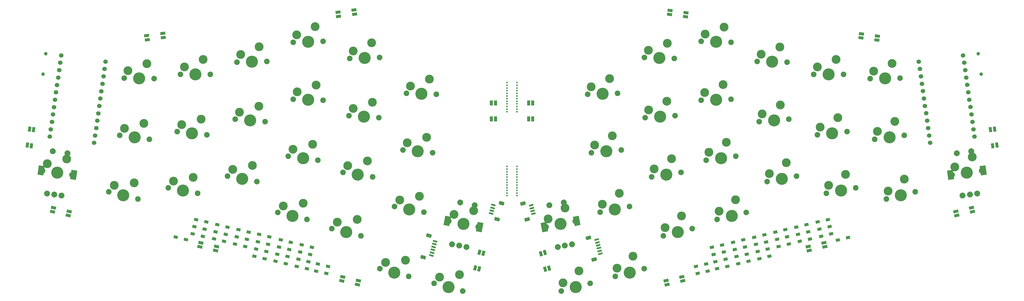
<source format=gbr>
%TF.GenerationSoftware,KiCad,Pcbnew,(6.0.1)*%
%TF.CreationDate,2022-02-27T14:39:44+09:00*%
%TF.ProjectId,ergotonic_f24,6572676f-746f-46e6-9963-5f6632342e6b,rev?*%
%TF.SameCoordinates,Original*%
%TF.FileFunction,Soldermask,Top*%
%TF.FilePolarity,Negative*%
%FSLAX46Y46*%
G04 Gerber Fmt 4.6, Leading zero omitted, Abs format (unit mm)*
G04 Created by KiCad (PCBNEW (6.0.1)) date 2022-02-27 14:39:44*
%MOMM*%
%LPD*%
G01*
G04 APERTURE LIST*
G04 Aperture macros list*
%AMRoundRect*
0 Rectangle with rounded corners*
0 $1 Rounding radius*
0 $2 $3 $4 $5 $6 $7 $8 $9 X,Y pos of 4 corners*
0 Add a 4 corners polygon primitive as box body*
4,1,4,$2,$3,$4,$5,$6,$7,$8,$9,$2,$3,0*
0 Add four circle primitives for the rounded corners*
1,1,$1+$1,$2,$3*
1,1,$1+$1,$4,$5*
1,1,$1+$1,$6,$7*
1,1,$1+$1,$8,$9*
0 Add four rect primitives between the rounded corners*
20,1,$1+$1,$2,$3,$4,$5,0*
20,1,$1+$1,$4,$5,$6,$7,0*
20,1,$1+$1,$6,$7,$8,$9,0*
20,1,$1+$1,$8,$9,$2,$3,0*%
%AMRotRect*
0 Rectangle, with rotation*
0 The origin of the aperture is its center*
0 $1 length*
0 $2 width*
0 $3 Rotation angle, in degrees counterclockwise*
0 Add horizontal line*
21,1,$1,$2,0,0,$3*%
G04 Aperture macros list end*
%ADD10RotRect,1.400000X1.000000X166.500000*%
%ADD11C,1.524000*%
%ADD12C,1.900000*%
%ADD13C,4.100000*%
%ADD14C,3.000000*%
%ADD15RotRect,1.400000X1.000000X193.500000*%
%ADD16RotRect,1.700000X1.000000X262.000000*%
%ADD17RotRect,1.700000X1.000000X285.120000*%
%ADD18RotRect,1.700000X1.000000X352.000000*%
%ADD19C,1.200000*%
%ADD20RoundRect,0.150000X0.642490X0.018219X0.564237X0.307833X-0.642490X-0.018219X-0.564237X-0.307833X0*%
%ADD21RoundRect,0.249600X0.719283X-0.168618X0.536485X0.507921X-0.719283X0.168618X-0.536485X-0.507921X0*%
%ADD22C,0.600000*%
%ADD23C,2.000000*%
%ADD24RotRect,3.200000X2.000000X101.130000*%
%ADD25RotRect,1.700000X1.000000X8.000000*%
%ADD26RotRect,1.700000X1.000000X74.880000*%
%ADD27RotRect,1.700000X1.000000X346.500000*%
%ADD28R,1.000000X1.700000*%
%ADD29RotRect,1.700000X1.000000X13.500000*%
%ADD30RotRect,3.200000X2.000000X82.000000*%
%ADD31RoundRect,0.150000X0.564237X-0.307833X0.642490X-0.018219X-0.564237X0.307833X-0.642490X0.018219X0*%
%ADD32RoundRect,0.249600X0.536485X-0.507921X0.719283X0.168618X-0.536485X0.507921X-0.719283X-0.168618X0*%
%ADD33RotRect,3.200000X2.000000X98.000000*%
%ADD34RotRect,3.200000X2.000000X78.870000*%
%ADD35RoundRect,0.150000X-0.564237X0.307833X-0.642490X0.018219X0.564237X-0.307833X0.642490X-0.018219X0*%
%ADD36RoundRect,0.249600X-0.536485X0.507921X-0.719283X-0.168618X0.536485X-0.507921X0.719283X0.168618X0*%
%ADD37RotRect,1.700000X1.000000X98.000000*%
G04 APERTURE END LIST*
D10*
%TO.C,D14*%
X-84178043Y-89662366D03*
X-87629957Y-88833634D03*
%TD*%
D11*
%TO.C,U1*%
X-138265163Y-22605464D03*
X-138618663Y-25120745D03*
X-138972163Y-27636026D03*
X-139325662Y-30151307D03*
X-139679162Y-32666587D03*
X-140032662Y-35181868D03*
X-140386161Y-37697149D03*
X-140739661Y-40212430D03*
X-141093161Y-42727711D03*
X-141446660Y-45242992D03*
X-141800160Y-47758273D03*
X-142153660Y-50273554D03*
X-157225540Y-48155339D03*
X-156872040Y-45640058D03*
X-156518540Y-43124777D03*
X-156165041Y-40609496D03*
X-155811541Y-38094215D03*
X-155458041Y-35578935D03*
X-155104542Y-33063654D03*
X-154751042Y-30548373D03*
X-154397542Y-28033092D03*
X-154044043Y-25517811D03*
X-153690543Y-23002530D03*
X-153337043Y-20487249D03*
%TD*%
D12*
%TO.C,SW26*%
X16746630Y-100690219D03*
D13*
X21651000Y-99366000D03*
D12*
X26555370Y-98041781D03*
D14*
X17310613Y-97906979D03*
X22778966Y-93799521D03*
%TD*%
D11*
%TO.C,U2*%
X153428940Y-20474334D03*
X153782440Y-22989615D03*
X154135940Y-25504896D03*
X154489439Y-28020177D03*
X154842939Y-30535458D03*
X155196439Y-33050738D03*
X155549938Y-35566019D03*
X155903438Y-38081300D03*
X156256938Y-40596581D03*
X156610437Y-43111862D03*
X156963937Y-45627143D03*
X157317437Y-48142424D03*
X142245557Y-50260638D03*
X141892057Y-47745358D03*
X141538557Y-45230077D03*
X141185058Y-42714796D03*
X140831558Y-40199515D03*
X140478058Y-37684234D03*
X140124559Y-35168953D03*
X139771059Y-32653672D03*
X139417559Y-30138391D03*
X139064060Y-27623110D03*
X138710560Y-25107829D03*
X138357060Y-22592549D03*
%TD*%
D15*
%TO.C,D28*%
X72027957Y-87419634D03*
X68576043Y-88248366D03*
%TD*%
%TO.C,D34*%
X80373957Y-90558634D03*
X76922043Y-91387366D03*
%TD*%
D16*
%TO.C,LED_7*%
X-163511538Y-51225658D03*
X-164897914Y-51030816D03*
X-164132462Y-45584342D03*
X-162746086Y-45779184D03*
%TD*%
D15*
%TO.C,D42*%
X100157957Y-78095634D03*
X96706043Y-78924366D03*
%TD*%
D12*
%TO.C,SW33*%
X57506069Y-60331251D03*
X47457931Y-61834749D03*
D14*
X54242286Y-55683056D03*
D13*
X52482000Y-61083000D03*
D14*
X48338074Y-59134777D03*
%TD*%
D17*
%TO.C,LED_11*%
X12582081Y-92915210D03*
X11230547Y-93280389D03*
X9795919Y-87970790D03*
X11147453Y-87605611D03*
%TD*%
D14*
%TO.C,SW36*%
X65490837Y-33169875D03*
D12*
X74464843Y-35394938D03*
D14*
X71747360Y-30407626D03*
D13*
X69388000Y-35574000D03*
D12*
X64311157Y-35753062D03*
%TD*%
D18*
%TO.C,LED_8*%
X124286658Y-13879538D03*
X124091816Y-15265914D03*
X118645342Y-14500462D03*
X118840184Y-13114086D03*
%TD*%
D14*
%TO.C,SW47*%
X127913290Y-66624553D03*
D13*
X132235000Y-68138000D03*
D12*
X127314377Y-69400486D03*
D14*
X133432826Y-62586134D03*
D12*
X137155623Y-66875514D03*
%TD*%
D10*
%TO.C,D24*%
X-63189043Y-94713366D03*
X-66640957Y-93884634D03*
%TD*%
D19*
%TO.C,J1*%
X-159545971Y-26881279D03*
X-158571760Y-19949402D03*
%TD*%
D10*
%TO.C,D5*%
X-96783043Y-78922366D03*
X-100234957Y-78093634D03*
%TD*%
%TO.C,D4*%
X-110933043Y-83190366D03*
X-114384957Y-82361634D03*
%TD*%
D13*
%TO.C,SW38*%
X74723000Y-75120000D03*
D14*
X76009814Y-69588083D03*
D12*
X79663259Y-73936684D03*
X69782741Y-76303316D03*
D14*
X70426147Y-73537357D03*
%TD*%
D20*
%TO.C,J6*%
X30033234Y-88013839D03*
X29772393Y-87048457D03*
X29511551Y-86083076D03*
X29250710Y-85117694D03*
X28989868Y-84152313D03*
X28729027Y-83186931D03*
D21*
X27934740Y-89927460D03*
X25952344Y-82590560D03*
%TD*%
D12*
%TO.C,SW16*%
X-45317136Y-41671746D03*
D13*
X-50387000Y-41351000D03*
D14*
X-54029025Y-38575509D03*
X-47531322Y-36441509D03*
D12*
X-55456864Y-41030254D03*
%TD*%
D13*
%TO.C,SW5*%
X-107680000Y-26959000D03*
D12*
X-102600065Y-26984712D03*
X-112759935Y-26933288D03*
D14*
X-111477095Y-24399748D03*
X-105114320Y-21891921D03*
%TD*%
D15*
%TO.C,D47*%
X108560957Y-81219634D03*
X105109043Y-82048366D03*
%TD*%
D13*
%TO.C,SW37*%
X71065000Y-55460000D03*
D12*
X76100140Y-54786380D03*
D14*
X66951835Y-53447645D03*
X72908950Y-50088050D03*
D12*
X66029860Y-56133620D03*
%TD*%
D14*
%TO.C,SW9*%
X-92694012Y-39788878D03*
D12*
X-84035221Y-43030643D03*
X-94162779Y-42219357D03*
D14*
X-86161468Y-37764043D03*
D13*
X-89099000Y-42625000D03*
%TD*%
D14*
%TO.C,SW44*%
X113466342Y-61025687D03*
D13*
X111928000Y-66492999D03*
D14*
X107707984Y-64715594D03*
D12*
X116917187Y-65536748D03*
X106938813Y-67449250D03*
%TD*%
D15*
%TO.C,D33*%
X79789957Y-88127634D03*
X76338043Y-88956366D03*
%TD*%
D22*
%TO.C,mousebite3*%
X-1700000Y-65517000D03*
X-1700000Y-61917000D03*
X-1700000Y-58317000D03*
X-1700000Y-60117000D03*
X-1700000Y-62817000D03*
X-1700000Y-64617000D03*
X-1700000Y-59217000D03*
X-1700000Y-68217000D03*
X-1700000Y-67317000D03*
X-1700000Y-66417000D03*
X-1700000Y-61017000D03*
X-1700000Y-63717000D03*
%TD*%
D15*
%TO.C,D27*%
X71444957Y-84988634D03*
X67993043Y-85817366D03*
%TD*%
D23*
%TO.C,RE3*%
X15517789Y-85716527D03*
X20423747Y-84751349D03*
X17970768Y-85233938D03*
D24*
X22017674Y-76794000D03*
X11028326Y-78956000D03*
D23*
X17624729Y-70524069D03*
X12718770Y-71489247D03*
%TD*%
D15*
%TO.C,D26*%
X66563956Y-93885634D03*
X63112042Y-94714366D03*
%TD*%
D10*
%TO.C,D10*%
X-90772043Y-85508366D03*
X-94223957Y-84679634D03*
%TD*%
D13*
%TO.C,SW30*%
X40041000Y-94399000D03*
D12*
X44945139Y-93073925D03*
D14*
X35700359Y-92940737D03*
X41167995Y-88832324D03*
D12*
X35136861Y-95724075D03*
%TD*%
D10*
%TO.C,D23*%
X-62606042Y-92282366D03*
X-66057956Y-91453634D03*
%TD*%
%TO.C,D18*%
X-77000043Y-91385366D03*
X-80451957Y-90556634D03*
%TD*%
%TO.C,D13*%
X-83594043Y-87231366D03*
X-87045957Y-86402634D03*
%TD*%
D25*
%TO.C,LED_1*%
X-53747184Y-5032086D03*
X-53552342Y-6418462D03*
X-58998816Y-7183914D03*
X-59193658Y-5797538D03*
%TD*%
D15*
%TO.C,D39*%
X92978957Y-79818634D03*
X89527043Y-80647366D03*
%TD*%
D10*
%TO.C,D1*%
X-104018043Y-77186366D03*
X-107469957Y-76357634D03*
%TD*%
D15*
%TO.C,D43*%
X100740957Y-80526634D03*
X97289043Y-81355366D03*
%TD*%
%TO.C,D32*%
X79206957Y-85696634D03*
X75755043Y-86525366D03*
%TD*%
D26*
%TO.C,LED_3*%
X-11147453Y-87501611D03*
X-9795919Y-87866790D03*
X-11230547Y-93176389D03*
X-12582081Y-92811210D03*
%TD*%
D13*
%TO.C,SW45*%
X126864000Y-28321000D03*
D14*
X129304219Y-23192323D03*
X123005080Y-25855957D03*
D12*
X121784971Y-28420296D03*
X131943029Y-28221704D03*
%TD*%
D22*
%TO.C,mousebite1*%
X-1700000Y-39682000D03*
X-1700000Y-37882000D03*
X-1700000Y-38782000D03*
X-1700000Y-36082000D03*
X-1700000Y-33382000D03*
X-1700000Y-36982000D03*
X-1700000Y-32482000D03*
X-1700000Y-35182000D03*
X-1700000Y-34282000D03*
X-1700000Y-29782000D03*
X-1700000Y-31582000D03*
X-1700000Y-30682000D03*
%TD*%
D14*
%TO.C,SW13*%
X-74504545Y-52437215D03*
D12*
X-66029860Y-56133620D03*
D13*
X-71065000Y-55460000D03*
D14*
X-67873810Y-50761670D03*
D12*
X-76100140Y-54786380D03*
%TD*%
%TO.C,SW14*%
X-69782741Y-76303316D03*
D14*
X-71069554Y-70771398D03*
D12*
X-79663259Y-73936684D03*
D13*
X-74723000Y-75120000D03*
D14*
X-77836537Y-71762383D03*
%TD*%
D18*
%TO.C,LED_9*%
X59193658Y-5919538D03*
X58998816Y-7305914D03*
X53552342Y-6540462D03*
X53747184Y-5154086D03*
%TD*%
D15*
%TO.C,D37*%
X86967957Y-86403634D03*
X83516043Y-87232366D03*
%TD*%
D27*
%TO.C,LED_5*%
X-100542571Y-85536316D03*
X-100869394Y-86897634D03*
X-106217429Y-85613684D03*
X-105890606Y-84252366D03*
%TD*%
D15*
%TO.C,D36*%
X86384957Y-83972634D03*
X82933043Y-84801366D03*
%TD*%
D14*
%TO.C,SW19*%
X-28096517Y-28589688D03*
D12*
X-25737157Y-33756062D03*
X-35890843Y-33397938D03*
D14*
X-34532102Y-30904282D03*
D13*
X-30814000Y-33577000D03*
%TD*%
D10*
%TO.C,D20*%
X-68654043Y-88247366D03*
X-72105957Y-87418634D03*
%TD*%
D12*
%TO.C,SW40*%
X94162779Y-42219357D03*
D14*
X85098345Y-40397343D03*
D12*
X84035221Y-43030643D03*
D13*
X89099000Y-42625000D03*
D14*
X91225246Y-37358400D03*
%TD*%
D10*
%TO.C,D8*%
X-89605043Y-80646366D03*
X-93056957Y-79817634D03*
%TD*%
D19*
%TO.C,J4*%
X158571760Y-19949402D03*
X159545971Y-26881279D03*
%TD*%
D14*
%TO.C,SW42*%
X103857193Y-24438317D03*
D12*
X102600065Y-26984712D03*
X112759935Y-26933288D03*
D13*
X107680000Y-26959000D03*
D14*
X110194255Y-21866209D03*
%TD*%
D10*
%TO.C,D17*%
X-76416043Y-88954366D03*
X-79867957Y-88125634D03*
%TD*%
D15*
%TO.C,D45*%
X107393957Y-76357634D03*
X103942043Y-77186366D03*
%TD*%
D13*
%TO.C,SW34*%
X56373000Y-80640000D03*
D14*
X52061692Y-79097171D03*
D12*
X61302102Y-79411037D03*
X51443898Y-81868963D03*
D14*
X57608588Y-75096416D03*
%TD*%
D28*
%TO.C,LED_2*%
X-7022000Y-36647000D03*
X-5622000Y-36647000D03*
X-5622000Y-42147000D03*
X-7022000Y-42147000D03*
%TD*%
D29*
%TO.C,LED_14*%
X156275606Y-72302366D03*
X156602429Y-73663684D03*
X151254394Y-74947634D03*
X150927571Y-73586316D03*
%TD*%
D13*
%TO.C,SW8*%
X-88483000Y-22671000D03*
D14*
X-92339337Y-20201918D03*
X-86037412Y-17544881D03*
D12*
X-83403869Y-22577023D03*
X-93562131Y-22764977D03*
%TD*%
D15*
%TO.C,D44*%
X101324957Y-82957634D03*
X97873043Y-83786366D03*
%TD*%
D13*
%TO.C,SW28*%
X32088000Y-53145000D03*
D14*
X34135884Y-47847437D03*
D12*
X37145204Y-52664282D03*
D14*
X28054738Y-50976937D03*
D12*
X27030796Y-53625718D03*
%TD*%
D10*
%TO.C,D2*%
X-104602043Y-79617366D03*
X-108053957Y-78788634D03*
%TD*%
D15*
%TO.C,D40*%
X93562957Y-82249634D03*
X90111043Y-83078366D03*
%TD*%
D10*
%TO.C,D22*%
X-69821043Y-93109366D03*
X-73272957Y-92280634D03*
%TD*%
D14*
%TO.C,SW2*%
X-125199911Y-43652887D03*
D12*
X-133422726Y-47684774D03*
D13*
X-128387000Y-48354000D03*
D14*
X-131829182Y-45334218D03*
D12*
X-123351274Y-49023226D03*
%TD*%
D15*
%TO.C,D35*%
X85800957Y-81541634D03*
X82349043Y-82370366D03*
%TD*%
D10*
%TO.C,D16*%
X-75832043Y-86523366D03*
X-79283957Y-85694634D03*
%TD*%
D13*
%TO.C,SW7*%
X-111929000Y-66492999D03*
D12*
X-106939813Y-67449250D03*
X-116918187Y-65536748D03*
D14*
X-108478155Y-61981938D03*
X-115192764Y-63281217D03*
%TD*%
D12*
%TO.C,SW32*%
X45317136Y-41671746D03*
D14*
X46424229Y-39056627D03*
X52601186Y-36120763D03*
D13*
X50387000Y-41351000D03*
D12*
X55456864Y-41030254D03*
%TD*%
D14*
%TO.C,SW3*%
X-135294224Y-64730824D03*
D12*
X-137155623Y-66875514D03*
X-127314377Y-69400486D03*
D13*
X-132235000Y-68138000D03*
D14*
X-128512203Y-63848620D03*
%TD*%
D10*
%TO.C,D21*%
X-69238043Y-90678366D03*
X-72689957Y-89849634D03*
%TD*%
D23*
%TO.C,RE1*%
X-158218468Y-67489078D03*
X-153267128Y-68184943D03*
X-155742798Y-67837011D03*
D30*
X-149153499Y-61189369D03*
X-160244501Y-59630631D03*
D23*
X-151249118Y-53826056D03*
X-156200458Y-53130191D03*
%TD*%
D10*
%TO.C,D3*%
X-105185043Y-82048366D03*
X-108636957Y-81219634D03*
%TD*%
%TO.C,D9*%
X-90189043Y-83077366D03*
X-93640957Y-82248634D03*
%TD*%
D12*
%TO.C,SW1*%
X-131943029Y-28221704D03*
D14*
X-124225189Y-23291618D03*
X-130623624Y-25707013D03*
D12*
X-121784971Y-28420296D03*
D13*
X-126864000Y-28321000D03*
%TD*%
D10*
%TO.C,D11*%
X-82547043Y-82244366D03*
X-85998957Y-81415634D03*
%TD*%
D12*
%TO.C,SW41*%
X86766670Y-63420701D03*
D14*
X87544902Y-60689611D03*
D13*
X91759000Y-62481000D03*
D14*
X93315464Y-57018819D03*
D12*
X96751330Y-61541299D03*
%TD*%
D15*
%TO.C,D48*%
X114261957Y-82470634D03*
X110810043Y-83299366D03*
%TD*%
D10*
%TO.C,D12*%
X-83011043Y-84800366D03*
X-86462957Y-83971634D03*
%TD*%
D12*
%TO.C,SW29*%
X39941308Y-71927729D03*
D14*
X30728883Y-71143550D03*
X36472382Y-67430556D03*
D12*
X29970692Y-73880271D03*
D13*
X34956000Y-72904000D03*
%TD*%
D28*
%TO.C,LED_10*%
X7022000Y-42147000D03*
X5622000Y-42147000D03*
X5622000Y-36647000D03*
X7022000Y-36647000D03*
%TD*%
D10*
%TO.C,D19*%
X-68071043Y-85816366D03*
X-71522957Y-84987634D03*
%TD*%
D13*
%TO.C,SW6*%
X-108881000Y-46979000D03*
D14*
X-112376393Y-44020972D03*
D12*
X-103834159Y-47558477D03*
X-113927841Y-46399523D03*
D14*
X-105778103Y-42221897D03*
%TD*%
D12*
%TO.C,SW4*%
X-159729562Y-59703001D03*
D14*
X-158118422Y-57364470D03*
X-151476720Y-55732938D03*
D13*
X-154699000Y-60410000D03*
D12*
X-149668438Y-61116999D03*
%TD*%
D31*
%TO.C,J3*%
X-27474973Y-88582069D03*
X-27214132Y-87616687D03*
X-26953290Y-86651306D03*
X-26692449Y-85685924D03*
X-26431607Y-84720543D03*
X-26170766Y-83755161D03*
D32*
X-28269260Y-81841540D03*
X-30251656Y-89178440D03*
%TD*%
D15*
%TO.C,D31*%
X78622957Y-83265634D03*
X75171043Y-84094366D03*
%TD*%
D12*
%TO.C,SW20*%
X-27030796Y-53625718D03*
D13*
X-32088000Y-53145000D03*
D12*
X-37145204Y-52664282D03*
D14*
X-35640544Y-50255859D03*
X-29078680Y-48328155D03*
%TD*%
%TO.C,SW15*%
X-47760345Y-16208391D03*
D12*
X-55193749Y-21557720D03*
D14*
X-54015421Y-18973915D03*
D13*
X-50117000Y-21376000D03*
D12*
X-45040251Y-21194280D03*
%TD*%
D14*
%TO.C,SW10*%
X-95033397Y-59280059D03*
D12*
X-96751330Y-61541299D03*
X-86766670Y-63420701D03*
D14*
X-88323134Y-57958520D03*
D13*
X-91759000Y-62481000D03*
%TD*%
D10*
%TO.C,D15*%
X-75249043Y-84092366D03*
X-78700957Y-83263634D03*
%TD*%
D14*
%TO.C,SW12*%
X-66670517Y-30586688D03*
X-73106102Y-32901282D03*
D13*
X-69388000Y-35574000D03*
D12*
X-74464843Y-35394938D03*
X-64311157Y-35753062D03*
%TD*%
D10*
%TO.C,D6*%
X-97367043Y-81353366D03*
X-100818957Y-80524634D03*
%TD*%
D13*
%TO.C,SW31*%
X50117000Y-21376000D03*
D12*
X55193749Y-21557720D03*
X45040251Y-21194280D03*
D14*
X46400298Y-18701336D03*
X52837094Y-16390111D03*
%TD*%
%TO.C,SW23*%
X-13050151Y-73380857D03*
D12*
X-21507454Y-76894378D03*
D14*
X-19771030Y-74647307D03*
D13*
X-16523000Y-77875000D03*
D12*
X-11538546Y-78855622D03*
%TD*%
D15*
%TO.C,D38*%
X87551957Y-88834634D03*
X84100043Y-89663366D03*
%TD*%
D13*
%TO.C,SW18*%
X-56373000Y-80640000D03*
D14*
X-59455345Y-77253726D03*
X-52679486Y-76325379D03*
D12*
X-61302102Y-79411037D03*
X-51443898Y-81868963D03*
%TD*%
D13*
%TO.C,SW24*%
X-21651000Y-99366000D03*
D12*
X-16746630Y-100690219D03*
X-26555370Y-98041781D03*
D14*
X-17874596Y-95123740D03*
X-24667168Y-95920651D03*
%TD*%
D29*
%TO.C,LED_13*%
X106105606Y-84252366D03*
X106432429Y-85613684D03*
X101084394Y-86897634D03*
X100757571Y-85536316D03*
%TD*%
D13*
%TO.C,SW43*%
X108881000Y-46979000D03*
D12*
X113927841Y-46399523D03*
D14*
X104806131Y-44890187D03*
D12*
X103834159Y-47558477D03*
D14*
X110824944Y-41642420D03*
%TD*%
D22*
%TO.C,mousebite4*%
X1700000Y-59217000D03*
X1700000Y-61017000D03*
X1700000Y-60117000D03*
X1700000Y-63717000D03*
X1700000Y-65517000D03*
X1700000Y-58317000D03*
X1700000Y-62817000D03*
X1700000Y-64617000D03*
X1700000Y-61917000D03*
X1700000Y-66417000D03*
X1700000Y-67317000D03*
X1700000Y-68217000D03*
%TD*%
D12*
%TO.C,SW48*%
X159729562Y-59703001D03*
D14*
X156507282Y-55025939D03*
D13*
X154699000Y-60410000D03*
D14*
X150572579Y-58424969D03*
D12*
X149668438Y-61116999D03*
%TD*%
D27*
%TO.C,LED_6*%
X-150656571Y-73586316D03*
X-150983394Y-74947634D03*
X-156331429Y-73663684D03*
X-156004606Y-72302366D03*
%TD*%
D13*
%TO.C,SW11*%
X-69381000Y-15870000D03*
D12*
X-74457967Y-16045517D03*
D14*
X-67018034Y-10705274D03*
D12*
X-64304033Y-15694483D03*
D14*
X-73276484Y-13463154D03*
%TD*%
D27*
%TO.C,LED_4*%
X-52237571Y-97138316D03*
X-52564394Y-98499634D03*
X-57912429Y-97215684D03*
X-57585606Y-95854366D03*
%TD*%
D14*
%TO.C,SW35*%
X72095001Y-10880792D03*
D12*
X74457967Y-16045517D03*
X64304033Y-15694483D03*
D13*
X69381000Y-15870000D03*
D14*
X65661033Y-13199879D03*
%TD*%
D12*
%TO.C,SW46*%
X133422726Y-47684774D03*
D14*
X130235637Y-42983661D03*
X124275593Y-46338056D03*
D13*
X128387000Y-48354000D03*
D12*
X123351274Y-49023226D03*
%TD*%
D23*
%TO.C,RE4*%
X153267128Y-68184943D03*
X158218468Y-67489078D03*
X155742798Y-67837011D03*
D33*
X160244501Y-59630631D03*
X149153499Y-61189369D03*
D23*
X156200458Y-53130191D03*
X151249118Y-53826056D03*
%TD*%
D22*
%TO.C,mousebite2*%
X1700000Y-36982000D03*
X1700000Y-31582000D03*
X1700000Y-29782000D03*
X1700000Y-39682000D03*
X1700000Y-37882000D03*
X1700000Y-36082000D03*
X1700000Y-34282000D03*
X1700000Y-38782000D03*
X1700000Y-33382000D03*
X1700000Y-35182000D03*
X1700000Y-32482000D03*
X1700000Y-30682000D03*
%TD*%
D10*
%TO.C,D7*%
X-97951043Y-83784366D03*
X-101402957Y-82955634D03*
%TD*%
D25*
%TO.C,LED_0*%
X-118840184Y-12994086D03*
X-118645342Y-14380462D03*
X-124091816Y-15145914D03*
X-124286658Y-13759538D03*
%TD*%
D14*
%TO.C,SW21*%
X-38206845Y-69679143D03*
X-31487075Y-68406828D03*
D12*
X-29970692Y-73880271D03*
X-39941308Y-71927729D03*
D13*
X-34956000Y-72904000D03*
%TD*%
D15*
%TO.C,D25*%
X65979957Y-91454634D03*
X62528043Y-92283366D03*
%TD*%
D23*
%TO.C,RE2*%
X-20423747Y-84751349D03*
X-15517789Y-85716527D03*
X-17970768Y-85233938D03*
D34*
X-22017674Y-76794000D03*
X-11028326Y-78956000D03*
D23*
X-12718770Y-71489247D03*
X-17624729Y-70524069D03*
%TD*%
D12*
%TO.C,SW27*%
X35890843Y-33397938D03*
D13*
X30814000Y-33577000D03*
D12*
X25737157Y-33756062D03*
D14*
X26916837Y-31172875D03*
X33173360Y-28410626D03*
%TD*%
D12*
%TO.C,SW22*%
X-44945139Y-93073925D03*
X-35136861Y-95724075D03*
D14*
X-43056567Y-90953124D03*
D13*
X-40041000Y-94399000D03*
D14*
X-36263856Y-90157399D03*
%TD*%
D15*
%TO.C,D46*%
X107976957Y-78788634D03*
X104525043Y-79617366D03*
%TD*%
D14*
%TO.C,SW25*%
X18034605Y-72400235D03*
X12294349Y-76118239D03*
D12*
X21507454Y-76894378D03*
X11538546Y-78855622D03*
D13*
X16523000Y-77875000D03*
%TD*%
D35*
%TO.C,J2*%
X-6382868Y-71409313D03*
X-6643710Y-72374694D03*
X-6904551Y-73340076D03*
X-7165393Y-74305457D03*
D36*
X-5066898Y-76219078D03*
X-3606186Y-70812941D03*
%TD*%
D37*
%TO.C,LED_15*%
X162746086Y-45779184D03*
X164132462Y-45584342D03*
X164897914Y-51030816D03*
X163511538Y-51225658D03*
%TD*%
D14*
%TO.C,SW17*%
X-55874178Y-58007154D03*
D13*
X-52482000Y-61083000D03*
D14*
X-49218217Y-56434805D03*
D12*
X-47457931Y-61834749D03*
X-57506069Y-60331251D03*
%TD*%
D15*
%TO.C,D41*%
X94146957Y-84680634D03*
X90695043Y-85509366D03*
%TD*%
D20*
%TO.C,J5*%
X7256393Y-74403457D03*
X6995551Y-73438076D03*
X6734710Y-72472694D03*
X6473868Y-71507313D03*
D21*
X3697186Y-70910941D03*
X5157898Y-76317078D03*
%TD*%
D14*
%TO.C,SW39*%
X91116542Y-17638858D03*
D12*
X83403869Y-22577023D03*
D14*
X84720641Y-20060952D03*
D12*
X93562131Y-22764977D03*
D13*
X88483000Y-22671000D03*
%TD*%
D29*
%TO.C,LED_12*%
X57754606Y-95854366D03*
X58081429Y-97215684D03*
X52733394Y-98499634D03*
X52406571Y-97138316D03*
%TD*%
D15*
%TO.C,D30*%
X73195957Y-92281634D03*
X69744043Y-93110366D03*
%TD*%
%TO.C,D29*%
X72611957Y-89850634D03*
X69160043Y-90679366D03*
%TD*%
M02*

</source>
